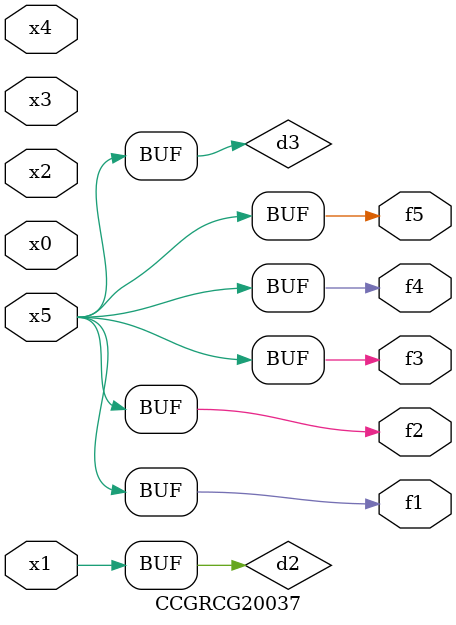
<source format=v>
module CCGRCG20037(
	input x0, x1, x2, x3, x4, x5,
	output f1, f2, f3, f4, f5
);

	wire d1, d2, d3;

	not (d1, x5);
	or (d2, x1);
	xnor (d3, d1);
	assign f1 = d3;
	assign f2 = d3;
	assign f3 = d3;
	assign f4 = d3;
	assign f5 = d3;
endmodule

</source>
